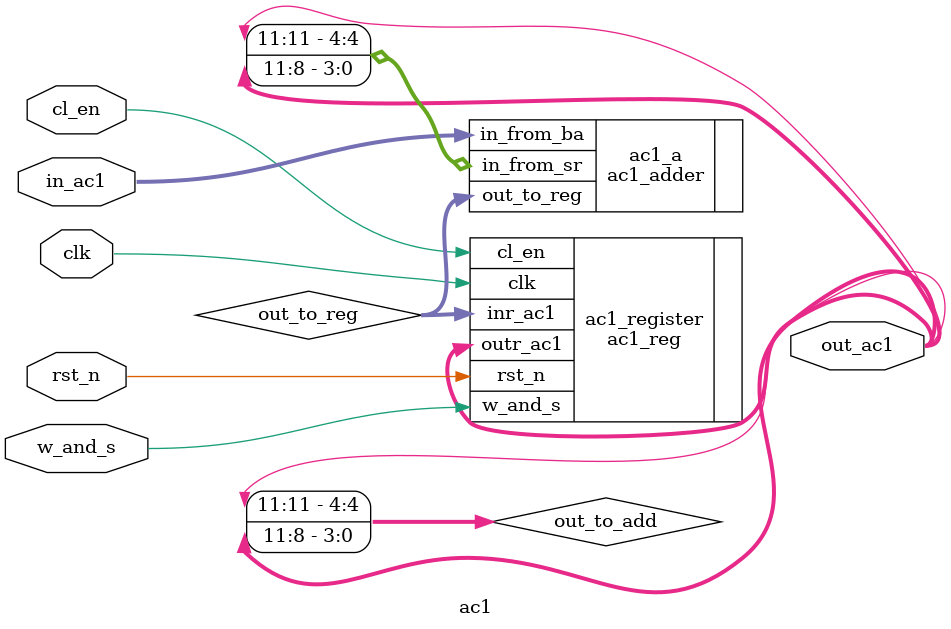
<source format=sv>
`timescale 1ns/1ns

module ac1 //actually requires a mux to work in "continuous mode"
  #(parameter M = 16,
    parameter Pa = 8) // activation operand parallelism
  (input clk, rst_n, w_and_s, cl_en,
   input [$clog2(M):0] in_ac1,
   output [$clog2(M)+Pa-1:0] out_ac1);
	
	wire [$clog2(M):0] out_to_add;
	wire [$clog2(M):0] out_to_reg;
	
	//assign out_to_add = {{(1){1'b0}},out_ac1[$clog2(M)+Pa-1:Pa]};
	assign out_to_add = {out_ac1[$clog2(M)+Pa-1],out_ac1[$clog2(M)+Pa-1:Pa]};
	
	ac1_adder #(.M(M)) ac1_a(
	.in_from_ba(in_ac1),
	.in_from_sr(out_to_add),
	.out_to_reg(out_to_reg)
	);
	
	ac1_reg #(.M(M), .Pa(Pa)) ac1_register(
	.clk(clk),
	.rst_n(rst_n),
	.w_and_s(w_and_s),
	.cl_en(cl_en),
	.inr_ac1(out_to_reg),
	.outr_ac1(out_ac1)
	);


endmodule 
</source>
